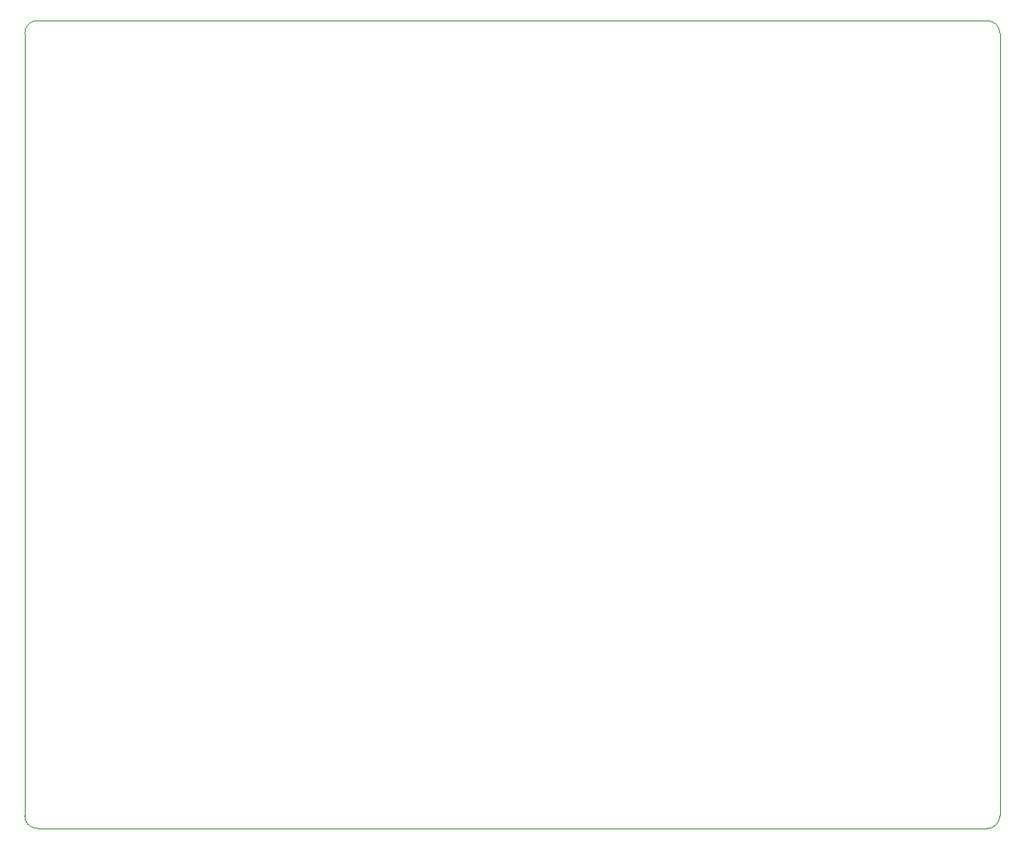
<source format=gbr>
%TF.GenerationSoftware,KiCad,Pcbnew,8.0.4+dfsg-1*%
%TF.CreationDate,2025-02-23T15:34:40+09:00*%
%TF.ProjectId,mezzanine,6d657a7a-616e-4696-9e65-2e6b69636164,1*%
%TF.SameCoordinates,Original*%
%TF.FileFunction,Profile,NP*%
%FSLAX46Y46*%
G04 Gerber Fmt 4.6, Leading zero omitted, Abs format (unit mm)*
G04 Created by KiCad (PCBNEW 8.0.4+dfsg-1) date 2025-02-23 15:34:40*
%MOMM*%
%LPD*%
G01*
G04 APERTURE LIST*
%TA.AperFunction,Profile*%
%ADD10C,0.050000*%
%TD*%
G04 APERTURE END LIST*
D10*
X63500000Y-34290000D02*
G75*
G02*
X64770000Y-33020000I1270000J0D01*
G01*
X160020000Y-111760000D02*
G75*
G02*
X158750000Y-113030000I-1270000J0D01*
G01*
X158750000Y-113030000D02*
X64770000Y-113030000D01*
X63500000Y-111760000D02*
X63500000Y-34290000D01*
X64770000Y-113030000D02*
G75*
G02*
X63500000Y-111760000I0J1270000D01*
G01*
X160020000Y-111760000D02*
X160020000Y-34290000D01*
X158750000Y-33020000D02*
G75*
G02*
X160020000Y-34290000I0J-1270000D01*
G01*
X64770000Y-33020000D02*
X158750000Y-33020000D01*
M02*

</source>
